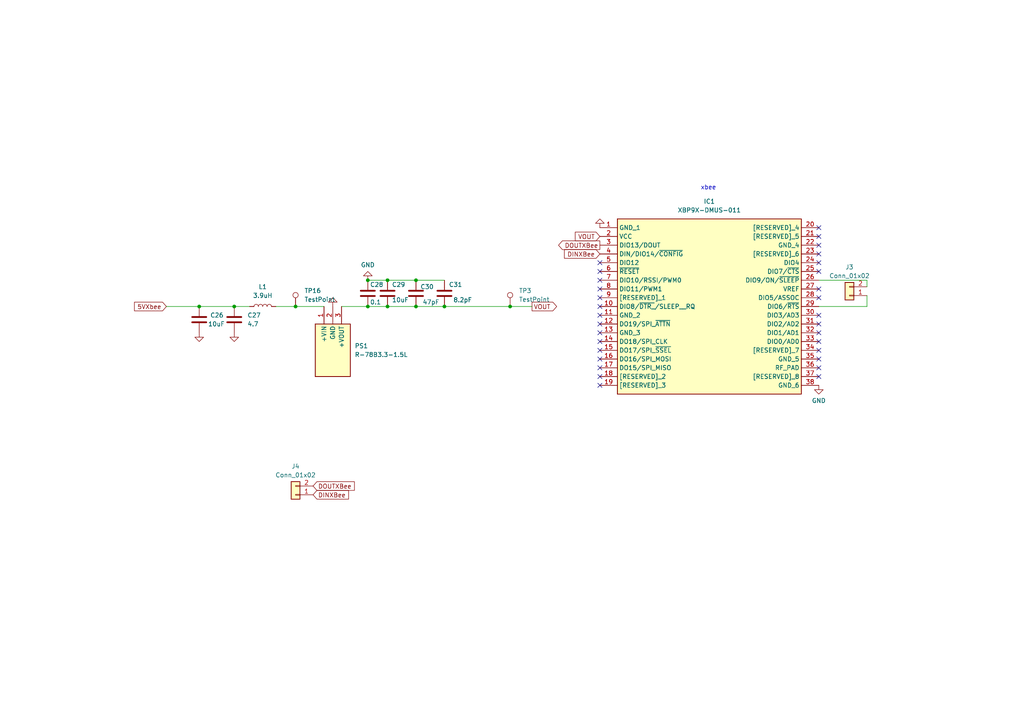
<source format=kicad_sch>
(kicad_sch (version 20230121) (generator eeschema)
  (paper "A4")
  (lib_symbols
    (symbol "Connector:TestPoint" (pin_numbers hide) (pin_names (offset 0.762) hide)
      (property "Reference" "TP" (at 0 6.858 0))
      (property "Value" "TestPoint" (at 0 5.08 0))
      (symbol "TestPoint_0_1"
        (circle (center 0 3.302) (radius 0.762))
      )
      (symbol "TestPoint_1_1"
        (pin passive line (at 0 0 90) (length 2.54) (name "1") (number "1"))
      )
    )
    (symbol "Connector_Generic:Conn_01x02" (pin_names (offset 1.016) hide)
      (property "Reference" "J" (at 0 2.54 0))
      (property "Value" "Conn_01x02" (at 0 -5.08 0))
      (symbol "Conn_01x02_1_1"
        (rectangle (start -1.27 -2.413) (end 0 -2.667) (stroke (width 0.1524)))
        (rectangle (start -1.27 0.127) (end 0 -0.127) (stroke (width 0.1524)))
        (rectangle (start -1.27 1.27) (end 1.27 -3.81) (stroke (width 0.254)) (fill (type background)))
        (pin passive line (at -5.08 0 0) (length 3.81) (name "Pin_1") (number "1"))
        (pin passive line (at -5.08 -2.54 0) (length 3.81) (name "Pin_2") (number "2"))
      )
    )
    (symbol "Device:C" (pin_numbers hide) (pin_names (offset 0.254))
      (property "Reference" "C" (at 0.635 2.54 0))
      (property "Value" "C" (at 0.635 -2.54 0))
      (symbol "C_0_1"
        (polyline (pts (xy -2.032 -0.762) (xy 2.032 -0.762)) (stroke (width 0.508)))
        (polyline (pts (xy -2.032 0.762) (xy 2.032 0.762)) (stroke (width 0.508)))
      )
      (symbol "C_1_1"
        (pin passive line (at 0 3.81 270) (length 2.794) (name "~") (number "1"))
        (pin passive line (at 0 -3.81 90) (length 2.794) (name "~") (number "2"))
      )
    )
    (symbol "Device:L" (pin_numbers hide) (pin_names (offset 1.016) hide)
      (property "Reference" "L" (at -1.27 0 90))
      (property "Value" "L" (at 1.905 0 90))
      (symbol "L_0_1"
        (arc (start 0 -2.54) (mid 0.6323 -1.905) (end 0 -1.27))
        (arc (start 0 -1.27) (mid 0.6323 -0.635) (end 0 0))
        (arc (start 0 0) (mid 0.6323 0.635) (end 0 1.27))
        (arc (start 0 1.27) (mid 0.6323 1.905) (end 0 2.54))
      )
      (symbol "L_1_1"
        (pin passive line (at 0 3.81 270) (length 1.27) (name "1") (number "1"))
        (pin passive line (at 0 -3.81 90) (length 1.27) (name "2") (number "2"))
      )
    )
    (symbol "power:GND" (power) (pin_names (offset 0))
      (property "Value" "GND" (at 0 -3.81 0))
      (symbol "GND_0_1"
        (polyline (pts (xy 0 0) (xy 0 -1.27) (xy 1.27 -1.27) (xy 0 -2.54) (xy -1.27 -1.27) (xy 0 -1.27)))
      )
      (symbol "GND_1_1"
        (pin power_in line (at 0 0 270) (length 0) hide (name "GND") (number "1"))
      )
    )
    (symbol "radio_module_symbols:R-78B3.3-1.5L"
      (property "Reference" "PS" (at 21.59 7.62 0))
      (property "Value" "R-78B3.3-1.5L" (at 21.59 5.08 0))
      (symbol "R-78B3.3-1.5L_1_1"
        (rectangle (start 5.08 2.54) (end 20.32 -7.62) (stroke (width 0.254)) (fill (type background)))
        (pin passive line (at 0 -5.08 0) (length 5.08) (name "+VIN") (number "1"))
        (pin passive line (at 0 -2.54 0) (length 5.08) (name "GND") (number "2"))
        (pin passive line (at 0 0 0) (length 5.08) (name "+VOUT") (number "3"))
      )
    )
    (symbol "radio_module_symbols:XBP9X-DMUS-011"
      (property "Reference" "IC" (at 59.69 7.62 0))
      (property "Value" "XBP9X-DMUS-011" (at 59.69 5.08 0))
      (symbol "XBP9X-DMUS-011_1_1"
        (rectangle (start 5.08 2.54) (end 58.42 -48.26) (stroke (width 0.254)) (fill (type background)))
        (pin passive line (at 0 0 0) (length 5.08) (name "GND_1") (number "1"))
        (pin passive line (at 0 -22.86 0) (length 5.08) (name "DIO8/~{DTR_}/SLEEP__RQ") (number "10"))
        (pin passive line (at 0 -25.4 0) (length 5.08) (name "GND_2") (number "11"))
        (pin passive line (at 0 -27.94 0) (length 5.08) (name "DO19/SPI_~{ATTN}") (number "12"))
        (pin passive line (at 0 -30.48 0) (length 5.08) (name "GND_3") (number "13"))
        (pin passive line (at 0 -33.02 0) (length 5.08) (name "DO18/SPI_CLK") (number "14"))
        (pin passive line (at 0 -35.56 0) (length 5.08) (name "DO17/SPI_~{SSEL}") (number "15"))
        (pin passive line (at 0 -38.1 0) (length 5.08) (name "DO16/SPI_MOSI") (number "16"))
        (pin passive line (at 0 -40.64 0) (length 5.08) (name "DO15/SPI_MISO") (number "17"))
        (pin passive line (at 0 -43.18 0) (length 5.08) (name "[RESERVED]_2") (number "18"))
        (pin passive line (at 0 -45.72 0) (length 5.08) (name "[RESERVED]_3") (number "19"))
        (pin passive line (at 0 -2.54 0) (length 5.08) (name "VCC") (number "2"))
        (pin passive line (at 63.5 0 180) (length 5.08) (name "[RESERVED]_4") (number "20"))
        (pin passive line (at 63.5 -2.54 180) (length 5.08) (name "[RESERVED]_5") (number "21"))
        (pin passive line (at 63.5 -5.08 180) (length 5.08) (name "GND_4") (number "22"))
        (pin passive line (at 63.5 -7.62 180) (length 5.08) (name "[RESERVED]_6") (number "23"))
        (pin passive line (at 63.5 -10.16 180) (length 5.08) (name "DIO4") (number "24"))
        (pin passive line (at 63.5 -12.7 180) (length 5.08) (name "DIO7/~{CTS}") (number "25"))
        (pin passive line (at 63.5 -15.24 180) (length 5.08) (name "DIO9/ON/~{SLEEP}") (number "26"))
        (pin passive line (at 63.5 -17.78 180) (length 5.08) (name "VREF") (number "27"))
        (pin passive line (at 63.5 -20.32 180) (length 5.08) (name "DIO5/ASSOC") (number "28"))
        (pin passive line (at 63.5 -22.86 180) (length 5.08) (name "DIO6/~{RTS}") (number "29"))
        (pin passive line (at 0 -5.08 0) (length 5.08) (name "DIO13/DOUT") (number "3"))
        (pin passive line (at 63.5 -25.4 180) (length 5.08) (name "DIO3/AD3") (number "30"))
        (pin passive line (at 63.5 -27.94 180) (length 5.08) (name "DIO2/AD2") (number "31"))
        (pin passive line (at 63.5 -30.48 180) (length 5.08) (name "DIO1/AD1") (number "32"))
        (pin passive line (at 63.5 -33.02 180) (length 5.08) (name "DIO0/AD0") (number "33"))
        (pin passive line (at 63.5 -35.56 180) (length 5.08) (name "[RESERVED]_7") (number "34"))
        (pin passive line (at 63.5 -38.1 180) (length 5.08) (name "GND_5") (number "35"))
        (pin passive line (at 63.5 -40.64 180) (length 5.08) (name "RF_PAD") (number "36"))
        (pin passive line (at 63.5 -43.18 180) (length 5.08) (name "[RESERVED]_8") (number "37"))
        (pin passive line (at 63.5 -45.72 180) (length 5.08) (name "GND_6") (number "38"))
        (pin passive line (at 0 -7.62 0) (length 5.08) (name "DIN/DIO14/~{CONFIG}") (number "4"))
        (pin passive line (at 0 -10.16 0) (length 5.08) (name "DIO12") (number "5"))
        (pin passive line (at 0 -12.7 0) (length 5.08) (name "~{RESET}") (number "6"))
        (pin passive line (at 0 -15.24 0) (length 5.08) (name "DIO10/RSSI/PWM0") (number "7"))
        (pin passive line (at 0 -17.78 0) (length 5.08) (name "DIO11/PWM1") (number "8"))
        (pin passive line (at 0 -20.32 0) (length 5.08) (name "[RESERVED]_1") (number "9"))
      )
    )
  )
  (junction (at 57.785 88.9))
  (junction (at 106.68 81.28))
  (junction (at 120.65 88.9))
  (junction (at 112.395 88.9))
  (junction (at 128.905 88.9))
  (junction (at 112.395 81.28))
  (junction (at 120.65 81.28))
  (junction (at 67.945 88.9))
  (junction (at 85.725 88.9))
  (junction (at 106.68 88.9))
  (junction (at 147.955 88.9))
  (no_connect (at 237.49 71.12))
  (no_connect (at 173.99 83.82))
  (no_connect (at 173.99 81.28))
  (no_connect (at 173.99 106.68))
  (no_connect (at 173.99 86.36))
  (no_connect (at 173.99 104.14))
  (no_connect (at 173.99 78.74))
  (no_connect (at 173.99 91.44))
  (no_connect (at 237.49 106.68))
  (no_connect (at 173.99 93.98))
  (no_connect (at 173.99 96.52))
  (no_connect (at 173.99 111.76))
  (no_connect (at 237.49 78.74))
  (no_connect (at 237.49 96.52))
  (no_connect (at 173.99 101.6))
  (no_connect (at 237.49 66.04))
  (no_connect (at 237.49 93.98))
  (no_connect (at 173.99 109.22))
  (no_connect (at 237.49 104.14))
  (no_connect (at 173.99 88.9))
  (no_connect (at 237.49 99.06))
  (no_connect (at 237.49 101.6))
  (no_connect (at 237.49 91.44))
  (no_connect (at 173.99 76.2))
  (no_connect (at 237.49 68.58))
  (no_connect (at 237.49 86.36))
  (no_connect (at 237.49 76.2))
  (no_connect (at 173.99 99.06))
  (no_connect (at 237.49 109.22))
  (no_connect (at 237.49 73.66))
  (no_connect (at 237.49 83.82))
  (wire (pts (xy 120.65 88.9) (xy 128.905 88.9)))
  (wire (pts (xy 67.945 88.9) (xy 72.39 88.9)))
  (wire (pts (xy 48.26 88.9) (xy 57.785 88.9)))
  (wire (pts (xy 147.955 88.9) (xy 154.305 88.9)))
  (wire (pts (xy 251.46 81.28) (xy 251.46 83.185)))
  (wire (pts (xy 85.725 88.9) (xy 80.01 88.9)))
  (wire (pts (xy 99.06 88.9) (xy 106.68 88.9)))
  (wire (pts (xy 106.68 81.28) (xy 112.395 81.28)))
  (wire (pts (xy 112.395 81.28) (xy 120.65 81.28)))
  (wire (pts (xy 106.68 88.9) (xy 112.395 88.9)))
  (wire (pts (xy 120.65 81.28) (xy 128.905 81.28)))
  (wire (pts (xy 128.905 88.9) (xy 147.955 88.9)))
  (wire (pts (xy 93.98 88.9) (xy 85.725 88.9)))
  (wire (pts (xy 251.46 88.9) (xy 251.46 85.725)))
  (wire (pts (xy 237.49 81.28) (xy 251.46 81.28)))
  (wire (pts (xy 237.49 88.9) (xy 251.46 88.9)))
  (wire (pts (xy 112.395 88.9) (xy 120.65 88.9)))
  (wire (pts (xy 57.785 88.9) (xy 67.945 88.9)))
  (text "xbee" (at 203.2 55.245 0) (effects (font (size 1.27 1.27)) (justify left bottom)))
  (global_label "DINXBee" (shape input) (at 90.805 143.51 0) (property "Intersheetrefs" "${INTERSHEET_REFS}" (effects hide)))
  (global_label "DOUTXBee" (shape output) (at 173.99 71.12 180) (property "Intersheetrefs" "${INTERSHEET_REFS}" (effects hide)))
  (global_label "VOUT" (shape input) (at 173.99 68.58 180) (property "Intersheetrefs" "${INTERSHEET_REFS}" (effects hide)))
  (global_label "VOUT" (shape output) (at 154.305 88.9 0) (property "Intersheetrefs" "${INTERSHEET_REFS}" (effects hide)))
  (global_label "DINXBee" (shape input) (at 173.99 73.66 180) (property "Intersheetrefs" "${INTERSHEET_REFS}" (effects hide)))
  (global_label "5VXbee" (shape input) (at 48.26 88.9 180) (property "Intersheetrefs" "${INTERSHEET_REFS}" (effects hide)))
  (global_label "DOUTXBee" (shape input) (at 90.805 140.97 0) (property "Intersheetrefs" "${INTERSHEET_REFS}" (effects hide)))
  (symbol (lib_id "power:GND") (at 106.68 81.28 180) (unit 1)
    (property "Reference" "#PWR053" (effects hide))
    (property "Value" "GND" (at 106.68 76.835 0))
    (instances (project "mainbox1.0" (path "" (reference "#PWR053") (unit 1))) (project "mainbox2.0" (path "" (reference "#PWR050") (unit 1))) (project "Mainboard_priv" (path "" (reference "#PWR021") (unit 1))))
  )
  (symbol (lib_id "Connector_Generic:Conn_01x02") (at 246.38 85.725 180) (unit 1)
    (property "Reference" "J3" (at 246.38 77.47 0))
    (property "Value" "Conn_01x02" (at 246.38 80.01 0))
    (property "Footprint" "Connector_PinHeader_2.54mm:PinHeader_1x02_P2.54mm_Vertical" (effects hide))
    (instances (project "Radio Module" (path "" (reference "J3") (unit 1))) (project "mainbox1.0" (path "" (reference "J6") (unit 1))) (project "mainbox" (path "" (reference "J9") (unit 1))) (project "mainbox2.0" (path "" (reference "J7") (unit 1))) (project "Mainboard_priv" (path "" (reference "J11") (unit 1))))
  )
  (symbol (lib_id "Device:C") (at 67.945 92.71 0) (unit 1)
    (property "Reference" "C27" (at 71.755 91.44 0) (effects (justify left)))
    (property "Value" "4.7" (at 71.755 93.98 0) (effects (justify left)))
    (property "Footprint" "Capacitor_SMD:C_0603_1608Metric" (effects hide))
    (instances (project "mainbox1.0" (path "" (reference "C27") (unit 1))) (project "mainbox2.0" (path "" (reference "C26") (unit 1))) (project "Mainboard_priv" (path "" (reference "C7") (unit 1))))
  )
  (symbol (lib_id "Connector:TestPoint") (at 147.955 88.9 0) (unit 1)
    (property "Reference" "TP3" (at 150.495 84.328 0) (effects (justify left)))
    (property "Value" "TestPoint" (at 150.495 86.868 0) (effects (justify left)))
    (property "Footprint" "TestPoint:TestPoint_Pad_1.5x1.5mm" (effects hide))
    (instances (project "mainbox1.0" (path "" (reference "TP3") (unit 1))) (project "mainbox2.0" (path "" (reference "TP7") (unit 1))) (project "Mainboard_priv" (path "" (reference "TP3") (unit 1))))
  )
  (symbol (lib_id "Device:L") (at 76.2 88.9 90) (unit 1)
    (property "Reference" "L1" (at 76.2 83.185 90))
    (property "Value" "3.9uH" (at 76.2 85.725 90))
    (property "Footprint" "Inductor_SMD:L_1210_3225Metric" (effects hide))
  )
  (symbol (lib_id "Device:C") (at 106.68 85.09 0) (unit 1)
    (property "Reference" "C28" (at 107.315 82.55 0) (effects (justify left)))
    (property "Value" "0.1" (at 107.315 87.63 0) (effects (justify left)))
    (property "Footprint" "Capacitor_SMD:C_0603_1608Metric" (effects hide))
    (instances (project "mainbox1.0" (path "" (reference "C28") (unit 1))) (project "mainbox2.0" (path "" (reference "C27") (unit 1))) (project "Mainboard_priv" (path "" (reference "C8") (unit 1))))
  )
  (symbol (lib_id "Device:C") (at 57.785 92.71 0) (unit 1)
    (property "Reference" "C26" (at 60.96 91.44 0) (effects (justify left)))
    (property "Value" "10uF" (at 60.325 93.98 0) (effects (justify left)))
    (property "Footprint" "Capacitor_SMD:C_0603_1608Metric" (effects hide))
    (instances (project "mainbox1.0" (path "" (reference "C26") (unit 1))) (project "mainbox2.0" (path "" (reference "C25") (unit 1))) (project "Mainboard_priv" (path "" (reference "C6") (unit 1))))
  )
  (symbol (lib_id "power:GND") (at 67.945 96.52 0) (unit 1)
    (property "Reference" "#PWR051" (effects hide))
    (property "Value" "GND" (effects hide))
    (instances (project "mainbox1.0" (path "" (reference "#PWR051") (unit 1))) (project "mainbox2.0" (path "" (reference "#PWR048") (unit 1))) (project "Mainboard_priv" (path "" (reference "#PWR018") (unit 1))))
  )
  (symbol (lib_id "Device:C") (at 112.395 85.09 0) (unit 1)
    (property "Reference" "C29" (at 113.665 82.55 0) (effects (justify left)))
    (property "Value" "10uF" (at 113.665 86.995 0) (effects (justify left)))
    (property "Footprint" "Capacitor_SMD:C_0603_1608Metric" (effects hide))
    (instances (project "mainbox1.0" (path "" (reference "C29") (unit 1))) (project "mainbox2.0" (path "" (reference "C28") (unit 1))) (project "Mainboard_priv" (path "" (reference "C9") (unit 1))))
  )
  (symbol (lib_id "power:GND") (at 57.785 96.52 0) (unit 1)
    (property "Reference" "#PWR050" (effects hide))
    (property "Value" "GND" (effects hide))
    (instances (project "mainbox1.0" (path "" (reference "#PWR050") (unit 1))) (project "mainbox2.0" (path "" (reference "#PWR047") (unit 1))) (project "Mainboard_priv" (path "" (reference "#PWR017") (unit 1))))
  )
  (symbol (lib_id "radio_module_symbols:R-78B3.3-1.5L") (at 99.06 88.9 270) (unit 1)
    (property "Reference" "PS1" (at 102.87 100.33 90) (effects (justify left)))
    (property "Value" "R-78B3.3-1.5L" (at 102.87 102.87 90) (effects (justify left)))
    (property "Footprint" "21xt_footprints:R78B5015L -" (effects hide))
    (property "Datasheet" "https://www.arrow.com/en/products/r-78b3.3-1.5l/recom-power" (effects hide))
    (property "Height" "8" (effects hide))
    (property "Mouser Part Number" "919-R-78B3.3-1.5L" (effects hide))
    (property "Mouser Price/Stock" "https://www.mouser.co.uk/ProductDetail/RECOM-Power/R-78B3.3-1.5L?qs=XF8hdbuHJAXdbZOwcNOS%2FA%3D%3D" (effects hide))
    (property "Manufacturer_Name" "RECOM Power" (effects hide))
    (property "Manufacturer_Part_Number" "R-78B3.3-1.5L" (effects hide))
  )
  (symbol (lib_id "Device:C") (at 128.905 85.09 0) (unit 1)
    (property "Reference" "C31" (at 130.175 82.55 0) (effects (justify left)))
    (property "Value" "8.2pF" (at 131.445 86.995 0) (effects (justify left)))
    (property "Footprint" "Capacitor_SMD:C_0603_1608Metric" (effects hide))
    (instances (project "mainbox1.0" (path "" (reference "C31") (unit 1))) (project "mainbox2.0" (path "" (reference "C30") (unit 1))) (project "Mainboard_priv" (path "" (reference "C4") (unit 1))))
  )
  (symbol (lib_id "Connector:TestPoint") (at 85.725 88.9 0) (unit 1)
    (property "Reference" "TP16" (at 88.265 84.328 0) (effects (justify left)))
    (property "Value" "TestPoint" (at 88.265 86.868 0) (effects (justify left)))
    (property "Footprint" "TestPoint:TestPoint_Pad_1.5x1.5mm" (effects hide))
    (instances (project "mainbox1.0" (path "" (reference "TP16") (unit 1))) (project "mainbox2.0" (path "" (reference "TP6") (unit 1))))
  )
  (symbol (lib_id "power:GND") (at 173.99 66.04 180) (unit 1)
    (property "Reference" "#PWR054" (effects hide))
    (property "Value" "GND" (effects hide))
    (instances (project "mainbox1.0" (path "" (reference "#PWR054") (unit 1))) (project "mainbox2.0" (path "" (reference "#PWR051") (unit 1))) (project "Mainboard_priv" (path "" (reference "#PWR020") (unit 1))))
  )
  (symbol (lib_id "power:GND") (at 96.52 88.9 180) (unit 1)
    (property "Reference" "#PWR052" (effects hide))
    (property "Value" "GND" (effects hide))
    (instances (project "mainbox1.0" (path "" (reference "#PWR052") (unit 1))) (project "mainbox2.0" (path "" (reference "#PWR049") (unit 1))) (project "Mainboard_priv" (path "" (reference "#PWR019") (unit 1))))
  )
  (symbol (lib_id "power:GND") (at 237.49 111.76 0) (unit 1)
    (property "Reference" "#PWR055" (effects hide))
    (property "Value" "GND" (at 237.49 116.205 0))
    (instances (project "mainbox1.0" (path "" (reference "#PWR055") (unit 1))) (project "mainbox2.0" (path "" (reference "#PWR052") (unit 1))) (project "Mainboard_priv" (path "" (reference "#PWR052") (unit 1))))
  )
  (symbol (lib_id "Device:C") (at 120.65 85.09 0) (unit 1)
    (property "Reference" "C30" (at 121.92 83.185 0) (effects (justify left)))
    (property "Value" "47pF" (at 122.555 87.63 0) (effects (justify left)))
    (property "Footprint" "Capacitor_SMD:C_0603_1608Metric" (effects hide))
    (instances (project "mainbox1.0" (path "" (reference "C30") (unit 1))) (project "mainbox2.0" (path "" (reference "C29") (unit 1))) (project "Mainboard_priv" (path "" (reference "C10") (unit 1))))
  )
  (symbol (lib_id "Connector_Generic:Conn_01x02") (at 85.725 143.51 180) (unit 1)
    (property "Reference" "J4" (at 85.725 135.255 0))
    (property "Value" "Conn_01x02" (at 85.725 137.795 0))
    (property "Footprint" "Connector_PinHeader_2.54mm:PinHeader_1x02_P2.54mm_Vertical" (effects hide))
    (instances (project "mainbox1.0" (path "" (reference "J4") (unit 1))) (project "mainbox2.0" (path "" (reference "J6") (unit 1))) (project "Mainboard_priv" (path "" (reference "J1") (unit 1))))
  )
  (symbol (lib_id "radio_module_symbols:XBP9X-DMUS-011") (at 173.99 66.04 0) (unit 1)
    (property "Reference" "IC1" (at 205.74 58.42 0))
    (property "Value" "XBP9X-DMUS-011" (at 205.74 60.96 0))
    (property "Footprint" "21xt_footprints:RLS397" (effects hide))
    (property "Datasheet" "http://www.digi.com/resources/documentation/digidocs/pdfs/90001477.pdf" (effects hide))
    (property "Height" "3.429" (effects hide))
    (property "Mouser Part Number" "888-XBP9X-DMUS-011" (effects hide))
    (property "Mouser Price/Stock" "https://www.mouser.co.uk/ProductDetail/DIGI/XBP9X-DMUS-011?qs=u4fy%2FsgLU9PDEP8%2FPyF26w%3D%3D" (effects hide))
    (property "Manufacturer_Name" "DIGI" (effects hide))
    (property "Manufacturer_Part_Number" "XBP9X-DMUS-011" (effects hide))
    (instances (project "Radio Module" (path "" (reference "IC1") (unit 1))) (project "mainbox1.0" (path "" (reference "IC2") (unit 1))) (project "mainbox" (path "" (reference "IC8") (unit 1))) (project "mainbox2.0" (path "" (reference "IC2") (unit 1))) (project "Mainboard_priv" (path "" (reference "IC1") (unit 1))))
  )
)
</source>
